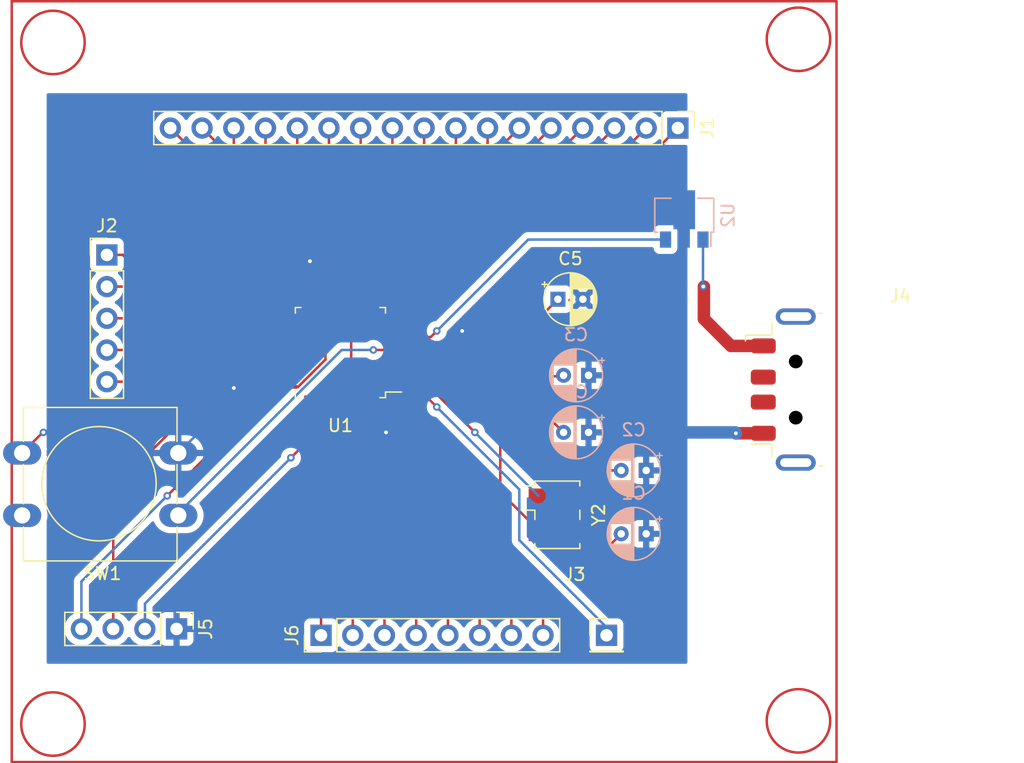
<source format=kicad_pcb>
(kicad_pcb (version 20221018) (generator pcbnew)
  (layers (0 "F.Cu" signal) (31 "B.Cu" signal) (34 "B.Paste" user) (35 "F.Paste" user) (36 "B.SilkS" user "B.Silkscreen") (37 "F.SilkS" user "F.Silkscreen") (38 "B.Mask" user) (39 "F.Mask" user) (44 "Edge.Cuts" user))
  (net 0 "")
  (net 1 "+3V3")
  (net 2 "Net-(J3-Pin_1)")
  (net 3 "Net-(U1-PC14-OSC32_IN)")
  (net 4 "Net-(U1-PC15-OSC32_OUT)")
  (net 5 "Net-(U1-PD0-OSC_IN)")
  (net 6 "Net-(U1-PD1-OSC_OUT)")
  (net 7 "Net-(U1-NRST)")
  (net 8 "GND")
  (net 9 "Net-(J1-Pin_1)")
  (net 10 "Net-(J1-Pin_2)")
  (net 11 "Net-(J1-Pin_3)")
  (net 12 "Net-(J1-Pin_4)")
  (net 13 "Net-(J1-Pin_5)")
  (net 14 "Net-(J1-Pin_6)")
  (net 15 "Net-(J1-Pin_7)")
  (net 16 "Net-(J1-Pin_8)")
  (net 17 "Net-(J2-Pin_5)")
  (net 18 "Net-(J2-Pin_4)")
  (net 19 "Net-(J2-Pin_3)")
  (net 20 "Net-(J2-Pin_2)")
  (net 21 "Net-(J2-Pin_1)")
  (net 22 "Net-(J1-Pin_9)")
  (net 23 "Net-(J1-Pin_10)")
  (net 24 "Net-(J1-Pin_11)")
  (net 25 "Net-(J1-Pin_12)")
  (net 27 "Net-(J4-VBUS)")
  (net 28 "Net-(J6-Pin_1)")
  (net 29 "Net-(J5-Pin_2)")
  (net 30 "Net-(J5-Pin_3)")
  (net 31 "Net-(J6-Pin_2)")
  (net 35 "Net-(J1-Pin_13)")
  (net 36 "Net-(J1-Pin_14)")
  (net 37 "Net-(J1-Pin_15)")
  (net 38 "Net-(J1-Pin_16)")
  (net 39 "Net-(J1-Pin_17)")
  (net 40 "Net-(J6-Pin_3)")
  (net 41 "Net-(J6-Pin_4)")
  (net 42 "Net-(J6-Pin_5)")
  (net 43 "Net-(J6-Pin_6)")
  (net 44 "Net-(J6-Pin_7)")
  (net 45 "Net-(J6-Pin_8)")
  (footprint "Connector_PinHeader_2.54mm:PinHeader_1x01_P2.54mm_Vertical" (layer "F.Cu") (at 167.005 96.52)
    (fp_text reference "J3" (at -2.54 -4.87) (layer "F.SilkS"))
    (fp_text value "Conn_01x01")
    (pad "1" thru_hole rect (at 0 0) (size 1.7 1.7) (drill 1) (layers "*.Cu" "*.Mask") (net 2 "Net-(J3-Pin_1)"))
  )
  (footprint "Connector_PinHeader_2.54mm:PinHeader_1x05_P2.54mm_Vertical" (layer "F.Cu") (at 127 66.045)
    (fp_text reference "J2" (at 0 -2.33) (layer "F.SilkS"))
    (fp_text value "Conn_01x05")
    (pad "1" thru_hole rect (at 0 0) (size 1.7 1.7) (drill 1) (layers "*.Cu" "*.Mask") (net 21 "Net-(J2-Pin_1)"))
    (pad "2" thru_hole oval (at 0 2.54) (size 1.7 1.7) (drill 1) (layers "*.Cu" "*.Mask") (net 20 "Net-(J2-Pin_2)"))
    (pad "3" thru_hole oval (at 0 5.08) (size 1.7 1.7) (drill 1) (layers "*.Cu" "*.Mask") (net 19 "Net-(J2-Pin_3)"))
    (pad "4" thru_hole oval (at 0 7.62) (size 1.7 1.7) (drill 1) (layers "*.Cu" "*.Mask") (net 18 "Net-(J2-Pin_4)"))
    (pad "5" thru_hole oval (at 0 10.16) (size 1.7 1.7) (drill 1) (layers "*.Cu" "*.Mask") (net 17 "Net-(J2-Pin_5)"))
  )
  (footprint "Connector_USB:USB_A_Molex_48037-2200_Horizontal" (layer "F.Cu") (at 190.53 76.835)
    (fp_text reference "J4" (at 0 -7.5) (layer "F.SilkS"))
    (fp_text value "USB_A")
    (pad "" np_thru_hole circle (at -8.375 -2.25) (size 1.1 1.1) (drill 1.1) (layers "*.Mask"))
    (pad "" np_thru_hole circle (at -8.375 2.25) (size 1.1 1.1) (drill 1.1) (layers "*.Mask"))
    (pad "1" smd roundrect (at -10.975 -3.5) (size 2 1.2) (layers "F.Cu" "F.Paste" "F.Mask") (net 27 "Net-(J4-VBUS)"))
    (pad "2" smd roundrect (at -10.975 -1) (size 2 1.2) (layers "F.Cu" "F.Paste" "F.Mask"))
    (pad "3" smd roundrect (at -10.975 1) (size 2 1.2) (layers "F.Cu" "F.Paste" "F.Mask"))
    (pad "4" smd roundrect (at -10.975 3.5) (size 2 1.2) (layers "F.Cu" "F.Paste" "F.Mask") (net 8 "GND"))
    (pad "5" thru_hole oval (at -8.375 -5.85) (size 3.2 1.3) (drill oval 2.5 0.7) (layers "*.Cu" "*.Mask"))
    (pad "5" thru_hole oval (at -8.375 5.85) (size 3.2 1.3) (drill oval 2.5 0.7) (layers "*.Cu" "*.Mask"))
  )
  (footprint "Button_Switch_THT:SW_PUSH-12mm" (layer "F.Cu") (at 132.715 86.915 180)
    (fp_text reference "SW1" (at 6.08 -4.66) (layer "F.SilkS"))
    (fp_text value "SW_Push")
    (pad "1" thru_hole oval (at 0 0 180) (size 3.048 1.85) (drill 1.3) (layers "*.Cu" "*.Mask") (net 7 "Net-(U1-NRST)"))
    (pad "1" thru_hole oval (at 12.5 0 180) (size 3.048 1.85) (drill 1.3) (layers "*.Cu" "*.Mask") (net 7 "Net-(U1-NRST)"))
    (pad "2" thru_hole oval (at 0 5 180) (size 3.048 1.85) (drill 1.3) (layers "*.Cu" "*.Mask") (net 8 "GND"))
    (pad "2" thru_hole oval (at 12.5 5 180) (size 3.048 1.85) (drill 1.3) (layers "*.Cu" "*.Mask") (net 8 "GND"))
  )
  (footprint "Oscillator:Oscillator_SMD_TXC_7C-4Pin_5.0x3.2mm_HandSoldering" (layer "F.Cu") (at 163.068 86.868 -90)
    (fp_text reference "Y2" (at 0 -3.3 90) (layer "F.SilkS"))
    (fp_text value "32.768kHz")
    (pad "1" smd rect (at -1.34 1.4 270) (size 1.54 1.8) (layers "F.Cu" "F.Paste" "F.Mask") (net 3 "Net-(U1-PC14-OSC32_IN)"))
    (pad "2" smd rect (at 1.34 1.4 270) (size 1.54 1.8) (layers "F.Cu" "F.Paste" "F.Mask") (net 4 "Net-(U1-PC15-OSC32_OUT)"))
    (pad "3" smd rect (at 1.34 -1.4 270) (size 1.54 1.8) (layers "F.Cu" "F.Paste" "F.Mask"))
    (pad "4" smd rect (at -1.34 -1.4 270) (size 1.54 1.8) (layers "F.Cu" "F.Paste" "F.Mask"))
  )
  (footprint "Capacitor_THT:CP_Radial_D4.0mm_P2.00mm" (layer "F.Cu") (at 163.111401 69.596)
    (fp_text reference "C5" (at 1 -3.25) (layer "F.SilkS"))
    (fp_text value "C")
    (pad "1" thru_hole rect (at 0 0) (size 1.2 1.2) (drill 0.6) (layers "*.Cu" "*.Mask") (net 7 "Net-(U1-NRST)"))
    (pad "2" thru_hole circle (at 2 0) (size 1.2 1.2) (drill 0.6) (layers "*.Cu" "*.Mask") (net 8 "GND"))
  )
  (footprint "Package_QFP:LQFP-48_7x7mm_P0.5mm" (layer "F.Cu") (at 145.6975 73.87 180)
    (fp_text reference "U1" (at 0 -5.85) (layer "F.SilkS"))
    (fp_text value "STM32F103C8Tx")
    (pad "1" smd roundrect (at -4.1625 -2.75 180) (size 1.475 0.3) (layers "F.Cu" "F.Paste" "F.Mask") (net 1 "+3V3"))
    (pad "2" smd roundrect (at -4.1625 -2.25 180) (size 1.475 0.3) (layers "F.Cu" "F.Paste" "F.Mask") (net 2 "Net-(J3-Pin_1)"))
    (pad "3" smd roundrect (at -4.1625 -1.75 180) (size 1.475 0.3) (layers "F.Cu" "F.Paste" "F.Mask") (net 3 "Net-(U1-PC14-OSC32_IN)"))
    (pad "4" smd roundrect (at -4.1625 -1.25 180) (size 1.475 0.3) (layers "F.Cu" "F.Paste" "F.Mask") (net 4 "Net-(U1-PC15-OSC32_OUT)"))
    (pad "5" smd roundrect (at -4.1625 -0.75 180) (size 1.475 0.3) (layers "F.Cu" "F.Paste" "F.Mask") (net 5 "Net-(U1-PD0-OSC_IN)"))
    (pad "6" smd roundrect (at -4.1625 -0.25 180) (size 1.475 0.3) (layers "F.Cu" "F.Paste" "F.Mask") (net 6 "Net-(U1-PD1-OSC_OUT)"))
    (pad "7" smd roundrect (at -4.1625 0.25 180) (size 1.475 0.3) (layers "F.Cu" "F.Paste" "F.Mask") (net 7 "Net-(U1-NRST)"))
    (pad "8" smd roundrect (at -4.1625 0.75 180) (size 1.475 0.3) (layers "F.Cu" "F.Paste" "F.Mask") (net 8 "GND"))
    (pad "9" smd roundrect (at -4.1625 1.25 180) (size 1.475 0.3) (layers "F.Cu" "F.Paste" "F.Mask") (net 1 "+3V3"))
    (pad "10" smd roundrect (at -4.1625 1.75 180) (size 1.475 0.3) (layers "F.Cu" "F.Paste" "F.Mask") (net 9 "Net-(J1-Pin_1)"))
    (pad "11" smd roundrect (at -4.1625 2.25 180) (size 1.475 0.3) (layers "F.Cu" "F.Paste" "F.Mask") (net 10 "Net-(J1-Pin_2)"))
    (pad "12" smd roundrect (at -4.1625 2.75 180) (size 1.475 0.3) (layers "F.Cu" "F.Paste" "F.Mask") (net 11 "Net-(J1-Pin_3)"))
    (pad "13" smd roundrect (at -2.75 4.1625 180) (size 0.3 1.475) (layers "F.Cu" "F.Paste" "F.Mask") (net 12 "Net-(J1-Pin_4)"))
    (pad "14" smd roundrect (at -2.25 4.1625 180) (size 0.3 1.475) (layers "F.Cu" "F.Paste" "F.Mask") (net 13 "Net-(J1-Pin_5)"))
    (pad "15" smd roundrect (at -1.75 4.1625 180) (size 0.3 1.475) (layers "F.Cu" "F.Paste" "F.Mask") (net 14 "Net-(J1-Pin_6)"))
    (pad "16" smd roundrect (at -1.25 4.1625 180) (size 0.3 1.475) (layers "F.Cu" "F.Paste" "F.Mask") (net 15 "Net-(J1-Pin_7)"))
    (pad "17" smd roundrect (at -0.75 4.1625 180) (size 0.3 1.475) (layers "F.Cu" "F.Paste" "F.Mask") (net 16 "Net-(J1-Pin_8)"))
    (pad "18" smd roundrect (at -0.25 4.1625 180) (size 0.3 1.475) (layers "F.Cu" "F.Paste" "F.Mask") (net 22 "Net-(J1-Pin_9)"))
    (pad "19" smd roundrect (at 0.25 4.1625 180) (size 0.3 1.475) (layers "F.Cu" "F.Paste" "F.Mask") (net 23 "Net-(J1-Pin_10)"))
    (pad "20" smd roundrect (at 0.75 4.1625 180) (size 0.3 1.475) (layers "F.Cu" "F.Paste" "F.Mask") (net 24 "Net-(J1-Pin_11)"))
    (pad "21" smd roundrect (at 1.25 4.1625 180) (size 0.3 1.475) (layers "F.Cu" "F.Paste" "F.Mask") (net 25 "Net-(J1-Pin_12)"))
    (pad "22" smd roundrect (at 1.75 4.1625 180) (size 0.3 1.475) (layers "F.Cu" "F.Paste" "F.Mask") (net 35 "Net-(J1-Pin_13)"))
    (pad "23" smd roundrect (at 2.25 4.1625 180) (size 0.3 1.475) (layers "F.Cu" "F.Paste" "F.Mask") (net 8 "GND"))
    (pad "24" smd roundrect (at 2.75 4.1625 180) (size 0.3 1.475) (layers "F.Cu" "F.Paste" "F.Mask") (net 1 "+3V3"))
    (pad "25" smd roundrect (at 4.1625 2.75 180) (size 1.475 0.3) (layers "F.Cu" "F.Paste" "F.Mask") (net 36 "Net-(J1-Pin_14)"))
    (pad "26" smd roundrect (at 4.1625 2.25 180) (size 1.475 0.3) (layers "F.Cu" "F.Paste" "F.Mask") (net 37 "Net-(J1-Pin_15)"))
    (pad "27" smd roundrect (at 4.1625 1.75 180) (size 1.475 0.3) (layers "F.Cu" "F.Paste" "F.Mask") (net 38 "Net-(J1-Pin_16)"))
    (pad "28" smd roundrect (at 4.1625 1.25 180) (size 1.475 0.3) (layers "F.Cu" "F.Paste" "F.Mask") (net 39 "Net-(J1-Pin_17)"))
    (pad "29" smd roundrect (at 4.1625 0.75 180) (size 1.475 0.3) (layers "F.Cu" "F.Paste" "F.Mask") (net 21 "Net-(J2-Pin_1)"))
    (pad "30" smd roundrect (at 4.1625 0.25 180) (size 1.475 0.3) (layers "F.Cu" "F.Paste" "F.Mask") (net 20 "Net-(J2-Pin_2)"))
    (pad "31" smd roundrect (at 4.1625 -0.25 180) (size 1.475 0.3) (layers "F.Cu" "F.Paste" "F.Mask") (net 19 "Net-(J2-Pin_3)"))
    (pad "32" smd roundrect (at 4.1625 -0.75 180) (size 1.475 0.3) (layers "F.Cu" "F.Paste" "F.Mask") (net 18 "Net-(J2-Pin_4)"))
    (pad "33" smd roundrect (at 4.1625 -1.25 180) (size 1.475 0.3) (layers "F.Cu" "F.Paste" "F.Mask") (net 17 "Net-(J2-Pin_5)"))
    (pad "34" smd roundrect (at 4.1625 -1.75 180) (size 1.475 0.3) (layers "F.Cu" "F.Paste" "F.Mask") (net 29 "Net-(J5-Pin_2)"))
    (pad "35" smd roundrect (at 4.1625 -2.25 180) (size 1.475 0.3) (layers "F.Cu" "F.Paste" "F.Mask") (net 8 "GND"))
    (pad "36" smd roundrect (at 4.1625 -2.75 180) (size 1.475 0.3) (layers "F.Cu" "F.Paste" "F.Mask") (net 1 "+3V3"))
    (pad "37" smd roundrect (at 2.75 -4.1625 180) (size 0.3 1.475) (layers "F.Cu" "F.Paste" "F.Mask") (net 30 "Net-(J5-Pin_3)"))
    (pad "38" smd roundrect (at 2.25 -4.1625 180) (size 0.3 1.475) (layers "F.Cu" "F.Paste" "F.Mask") (net 28 "Net-(J6-Pin_1)"))
    (pad "39" smd roundrect (at 1.75 -4.1625 180) (size 0.3 1.475) (layers "F.Cu" "F.Paste" "F.Mask") (net 31 "Net-(J6-Pin_2)"))
    (pad "40" smd roundrect (at 1.25 -4.1625 180) (size 0.3 1.475) (layers "F.Cu" "F.Paste" "F.Mask") (net 40 "Net-(J6-Pin_3)"))
    (pad "41" smd roundrect (at 0.75 -4.1625 180) (size 0.3 1.475) (layers "F.Cu" "F.Paste" "F.Mask") (net 41 "Net-(J6-Pin_4)"))
    (pad "42" smd roundrect (at 0.25 -4.1625 180) (size 0.3 1.475) (layers "F.Cu" "F.Paste" "F.Mask") (net 42 "Net-(J6-Pin_5)"))
    (pad "43" smd roundrect (at -0.25 -4.1625 180) (size 0.3 1.475) (layers "F.Cu" "F.Paste" "F.Mask") (net 43 "Net-(J6-Pin_6)"))
    (pad "44" smd roundrect (at -0.75 -4.1625 180) (size 0.3 1.475) (layers "F.Cu" "F.Paste" "F.Mask"))
    (pad "45" smd roundrect (at -1.25 -4.1625 180) (size 0.3 1.475) (layers "F.Cu" "F.Paste" "F.Mask") (net 44 "Net-(J6-Pin_7)"))
    (pad "46" smd roundrect (at -1.75 -4.1625 180) (size 0.3 1.475) (layers "F.Cu" "F.Paste" "F.Mask") (net 45 "Net-(J6-Pin_8)"))
    (pad "47" smd roundrect (at -2.25 -4.1625 180) (size 0.3 1.475) (layers "F.Cu" "F.Paste" "F.Mask") (net 8 "GND"))
    (pad "48" smd roundrect (at -2.75 -4.1625 180) (size 0.3 1.475) (layers "F.Cu" "F.Paste" "F.Mask") (net 1 "+3V3"))
  )
  (footprint "Connector_PinHeader_2.54mm:PinHeader_1x08_P2.54mm_Vertical" (layer "F.Cu") (at 144.145 96.52 90)
    (fp_text reference "J6" (at 0 -2.33 90) (layer "F.SilkS"))
    (fp_text value "Conn_01x08")
    (pad "1" thru_hole rect (at 0 0 90) (size 1.7 1.7) (drill 1) (layers "*.Cu" "*.Mask") (net 28 "Net-(J6-Pin_1)"))
    (pad "2" thru_hole oval (at 0 2.54 90) (size 1.7 1.7) (drill 1) (layers "*.Cu" "*.Mask") (net 31 "Net-(J6-Pin_2)"))
    (pad "3" thru_hole oval (at 0 5.08 90) (size 1.7 1.7) (drill 1) (layers "*.Cu" "*.Mask") (net 40 "Net-(J6-Pin_3)"))
    (pad "4" thru_hole oval (at 0 7.62 90) (size 1.7 1.7) (drill 1) (layers "*.Cu" "*.Mask") (net 41 "Net-(J6-Pin_4)"))
    (pad "5" thru_hole oval (at 0 10.16 90) (size 1.7 1.7) (drill 1) (layers "*.Cu" "*.Mask") (net 42 "Net-(J6-Pin_5)"))
    (pad "6" thru_hole oval (at 0 12.7 90) (size 1.7 1.7) (drill 1) (layers "*.Cu" "*.Mask") (net 43 "Net-(J6-Pin_6)"))
    (pad "7" thru_hole oval (at 0 15.24 90) (size 1.7 1.7) (drill 1) (layers "*.Cu" "*.Mask") (net 44 "Net-(J6-Pin_7)"))
    (pad "8" thru_hole oval (at 0 17.78 90) (size 1.7 1.7) (drill 1) (layers "*.Cu" "*.Mask") (net 45 "Net-(J6-Pin_8)"))
  )
  (footprint "Connector_PinHeader_2.54mm:PinHeader_1x04_P2.54mm_Vertical" (layer "F.Cu") (at 132.578 96.012 -90)
    (fp_text reference "J5" (at 0 -2.33 90) (layer "F.SilkS"))
    (fp_text value "Conn_01x04")
    (pad "1" thru_hole rect (at 0 0 270) (size 1.7 1.7) (drill 1) (layers "*.Cu" "*.Mask") (net 8 "GND"))
    (pad "2" thru_hole oval (at 0 2.54 270) (size 1.7 1.7) (drill 1) (layers "*.Cu" "*.Mask") (net 29 "Net-(J5-Pin_2)"))
    (pad "3" thru_hole oval (at 0 5.08 270) (size 1.7 1.7) (drill 1) (layers "*.Cu" "*.Mask") (net 30 "Net-(J5-Pin_3)"))
    (pad "4" thru_hole oval (at 0 7.62 270) (size 1.7 1.7) (drill 1) (layers "*.Cu" "*.Mask") (net 1 "+3V3"))
  )
  (footprint "Connector_PinHeader_2.54mm:PinHeader_1x17_P2.54mm_Vertical" (layer "F.Cu") (at 172.72 55.88 -90)
    (fp_text reference "J1" (at 0 -2.33 90) (layer "F.SilkS"))
    (fp_text value "Conn_01x17")
    (pad "1" thru_hole rect (at 0 0 270) (size 1.7 1.7) (drill 1) (layers "*.Cu" "*.Mask") (net 9 "Net-(J1-Pin_1)"))
    (pad "2" thru_hole oval (at 0 2.54 270) (size 1.7 1.7) (drill 1) (layers "*.Cu" "*.Mask") (net 10 "Net-(J1-Pin_2)"))
    (pad "3" thru_hole oval (at 0 5.08 270) (size 1.7 1.7) (drill 1) (layers "*.Cu" "*.Mask") (net 11 "Net-(J1-Pin_3)"))
    (pad "4" thru_hole oval (at 0 7.62 270) (size 1.7 1.7) (drill 1) (layers "*.Cu" "*.Mask") (net 12 "Net-(J1-Pin_4)"))
    (pad "5" thru_hole oval (at 0 10.16 270) (size 1.7 1.7) (drill 1) (layers "*.Cu" "*.Mask") (net 13 "Net-(J1-Pin_5)"))
    (pad "6" thru_hole oval (at 0 12.7 270) (size 1.7 1.7) (drill 1) (layers "*.Cu" "*.Mask") (net 14 "Net-(J1-Pin_6)"))
    (pad "7" thru_hole oval (at 0 15.24 270) (size 1.7 1.7) (drill 1) (layers "*.Cu" "*.Mask") (net 15 "Net-(J1-Pin_7)"))
    (pad "8" thru_hole oval (at 0 17.78 270) (size 1.7 1.7) (drill 1) (layers "*.Cu" "*.Mask") (net 16 "Net-(J1-Pin_8)"))
    (pad "9" thru_hole oval (at 0 20.32 270) (size 1.7 1.7) (drill 1) (layers "*.Cu" "*.Mask") (net 22 "Net-(J1-Pin_9)"))
    (pad "10" thru_hole oval (at 0 22.86 270) (size 1.7 1.7) (drill 1) (layers "*.Cu" "*.Mask") (net 23 "Net-(J1-Pin_10)"))
    (pad "11" thru_hole oval (at 0 25.4 270) (size 1.7 1.7) (drill 1) (layers "*.Cu" "*.Mask") (net 24 "Net-(J1-Pin_11)"))
    (pad "12" thru_hole oval (at 0 27.94 270) (size 1.7 1.7) (drill 1) (layers "*.Cu" "*.Mask") (net 25 "Net-(J1-Pin_12)"))
    (pad "13" thru_hole oval (at 0 30.48 270) (size 1.7 1.7) (drill 1) (layers "*.Cu" "*.Mask") (net 35 "Net-(J1-Pin_13)"))
    (pad "14" thru_hole oval (at 0 33.02 270) (size 1.7 1.7) (drill 1) (layers "*.Cu" "*.Mask") (net 36 "Net-(J1-Pin_14)"))
    (pad "15" thru_hole oval (at 0 35.56 270) (size 1.7 1.7) (drill 1) (layers "*.Cu" "*.Mask") (net 37 "Net-(J1-Pin_15)"))
    (pad "16" thru_hole oval (at 0 38.1 270) (size 1.7 1.7) (drill 1) (layers "*.Cu" "*.Mask") (net 38 "Net-(J1-Pin_16)"))
    (pad "17" thru_hole oval (at 0 40.64 270) (size 1.7 1.7) (drill 1) (layers "*.Cu" "*.Mask") (net 39 "Net-(J1-Pin_17)"))
  )
  (footprint "Capacitor_THT:CP_Radial_D4.0mm_P2.00mm" (layer "B.Cu") (at 165.5646 75.692 180)
    (fp_text reference "C3" (at 1 3.25) (layer "B.SilkS") (effects (justify mirror)))
    (fp_text value "C")
    (pad "1" thru_hole rect (at 0 0 180) (size 1.2 1.2) (drill 0.6) (layers "*.Cu" "*.Mask") (net 8 "GND"))
    (pad "2" thru_hole circle (at 2 0 180) (size 1.2 1.2) (drill 0.6) (layers "*.Cu" "*.Mask") (net 6 "Net-(U1-PD1-OSC_OUT)"))
  )
  (footprint "Capacitor_THT:CP_Radial_D4.0mm_P2.00mm" (layer "B.Cu") (at 170.18 83.312 180)
    (fp_text reference "C2" (at 1 3.25) (layer "B.SilkS") (effects (justify mirror)))
    (fp_text value "C")
    (pad "1" thru_hole rect (at 0 0 180) (size 1.2 1.2) (drill 0.6) (layers "*.Cu" "*.Mask") (net 8 "GND"))
    (pad "2" thru_hole circle (at 2 0 180) (size 1.2 1.2) (drill 0.6) (layers "*.Cu" "*.Mask") (net 3 "Net-(U1-PC14-OSC32_IN)"))
  )
  (footprint "Capacitor_THT:CP_Radial_D4.0mm_P2.00mm" (layer "B.Cu") (at 165.5646 80.264 180)
    (fp_text reference "C4" (at 1 3.25) (layer "B.SilkS") (effects (justify mirror)))
    (fp_text value "C")
    (pad "1" thru_hole rect (at 0 0 180) (size 1.2 1.2) (drill 0.6) (layers "*.Cu" "*.Mask") (net 8 "GND"))
    (pad "2" thru_hole circle (at 2 0 180) (size 1.2 1.2) (drill 0.6) (layers "*.Cu" "*.Mask") (net 5 "Net-(U1-PD0-OSC_IN)"))
  )
  (footprint "Capacitor_THT:CP_Radial_D4.0mm_P2.00mm" (layer "B.Cu") (at 170.18 88.392 180)
    (fp_text reference "C1" (at 1 3.25) (layer "B.SilkS") (effects (justify mirror)))
    (fp_text value "C")
    (pad "1" thru_hole rect (at 0 0 180) (size 1.2 1.2) (drill 0.6) (layers "*.Cu" "*.Mask") (net 8 "GND"))
    (pad "2" thru_hole circle (at 2 0 180) (size 1.2 1.2) (drill 0.6) (layers "*.Cu" "*.Mask") (net 4 "Net-(U1-PC15-OSC32_OUT)"))
  )
  (footprint "Package_TO_SOT_SMD:SOT-89-3" (layer "B.Cu") (at 173.228 62.865 90)
    (fp_text reference "U2" (at 0 3.5 90) (layer "B.SilkS") (effects (justify mirror)))
    (fp_text value "AP2204R-3.3")
    (pad "1" smd rect (at -1.95 1.5 90) (size 1.3 0.9) (layers "B.Cu" "B.Paste" "B.Mask") (net 27 "Net-(J4-VBUS)"))
    (pad "2" smd custom (at -1.8625 0 90) (size 1.475 0.9) (layers "B.Cu" "B.Paste" "B.Mask") (net 8 "GND") (options (clearance outline) (anchor rect)) (primitives (gr_poly (pts (xy 3.8625 -0.8665) (xy 0.7375 -0.8665) (xy 0.7375 0.8665) (xy 3.8625 0.8665)) (width 0) (fill yes))))
    (pad "3" smd rect (at -1.95 -1.5 90) (size 1.3 0.9) (layers "B.Cu" "B.Paste" "B.Mask") (net 1 "+3V3"))
  )
  (gr_circle (center 122.682 103.632) (end 125.222 103.632) (stroke (width 0.2)) (fill none) (layer "F.Cu"))
  (gr_circle (center 182.372 103.378) (end 184.912 103.378) (stroke (width 0.2)) (fill none) (layer "F.Cu"))
  (gr_circle (center 122.682 49.022) (end 125.222 49.022) (stroke (width 0.2)) (fill none) (layer "F.Cu"))
  (gr_rect (start 119.38 45.72) (end 185.42 106.68) (stroke (width 0.2)) (fill none) (layer "F.Cu"))
  (gr_circle (center 182.372 48.768) (end 184.912 48.768) (stroke (width 0.2)) (fill none) (layer "F.Cu"))
  (segment (start 144.502 72.62) (end 142.9475 71.0655) (width 0.2) (layer "F.Cu") (net 1))
  (segment (start 149.86 72.62) (end 146.558 72.62) (width 0.2) (layer "F.Cu") (net 1))
  (segment (start 131.826 85.344) (end 131.953 85.217) (width 0.2) (layer "F.Cu") (net 1))
  (segment (start 153.416 72.136) (end 152.932 72.62) (width 0.2) (layer "F.Cu") (net 1))
  (segment (start 144.502 74.42291) (end 142.30491 76.62) (width 0.2) (layer "F.Cu") (net 1))
  (segment (start 140.55 76.62) (end 131.826 85.344) (width 0.2) (layer "F.Cu") (net 1))
  (segment (start 142.30491 76.62) (end 141.535 76.62) (width 0.2) (layer "F.Cu") (net 1))
  (segment (start 146.558 74.676) (end 148.4475 76.5655) (width 0.2) (layer "F.Cu") (net 1))
  (segment (start 141.535 76.62) (end 140.55 76.62) (width 0.2) (layer "F.Cu") (net 1))
  (segment (start 144.502 72.62) (end 144.502 74.42291) (width 0.2) (layer "F.Cu") (net 1))
  (segment (start 146.558 72.62) (end 146.558 74.676) (width 0.2) (layer "F.Cu") (net 1))
  (segment (start 148.4475 76.5655) (end 148.4475 78.0325) (width 0.2) (layer "F.Cu") (net 1))
  (segment (start 152.932 72.62) (end 149.86 72.62) (width 0.2) (layer "F.Cu") (net 1))
  (segment (start 146.558 72.62) (end 144.502 72.62) (width 0.2) (layer "F.Cu") (net 1))
  (segment (start 142.9475 71.0655) (end 142.9475 69.7075) (width 0.2) (layer "F.Cu") (net 1))
  (segment (start 148.4475 76.5655) (end 148.502 76.62) (width 0.2) (layer "F.Cu") (net 1))
  (segment (start 148.502 76.62) (end 149.86 76.62) (width 0.2) (layer "F.Cu") (net 1))
  (via (at 131.826 85.344) (size 0.6) (drill 0.3) (layers "F.Cu" "B.Cu") (net 1))
  (via (at 153.416 72.136) (size 0.6) (drill 0.3) (layers "F.Cu" "B.Cu") (net 1))
  (segment (start 124.958 92.212) (end 124.958 96.012) (width 0.2) (layer "B.Cu") (net 1))
  (segment (start 131.826 85.344) (end 124.958 92.212) (width 0.2) (layer "B.Cu") (net 1))
  (segment (start 153.416 72.136) (end 160.737 64.815) (width 0.2) (layer "B.Cu") (net 1))
  (segment (start 160.737 64.815) (end 171.855 64.815) (width 0.2) (layer "B.Cu") (net 1))
  (segment (start 149.86 76.12) (end 151.304 76.12) (width 0.2) (layer "F.Cu") (net 2))
  (segment (start 151.304 76.12) (end 152.4 77.216) (width 0.2) (layer "F.Cu") (net 2))
  (segment (start 152.4 77.216) (end 153.416 78.232) (width 0.2) (layer "F.Cu") (net 2))
  (via (at 153.416 78.232) (size 0.6) (drill 0.3) (layers "F.Cu" "B.Cu") (net 2))
  (segment (start 160.02 88.9) (end 167.005 95.885) (width 0.2) (layer "B.Cu") (net 2))
  (segment (start 160.02 84.836) (end 160.02 88.9) (width 0.2) (layer "B.Cu") (net 2))
  (segment (start 153.416 78.232) (end 160.02 84.836) (width 0.2) (layer "B.Cu") (net 2))
  (segment (start 167.005 95.885) (end 167.005 96.52) (width 0.2) (layer "B.Cu") (net 2))
  (segment (start 149.86 75.62) (end 151.82 75.62) (width 0.2) (layer "F.Cu") (net 3))
  (segment (start 161.668 85.528) (end 163.884 83.312) (width 0.2) (layer "F.Cu") (net 3))
  (segment (start 163.884 83.312) (end 168.18 83.312) (width 0.2) (layer "F.Cu") (net 3))
  (segment (start 151.82 75.62) (end 156.464 80.264) (width 0.2) (layer "F.Cu") (net 3))
  (via (at 156.464 80.264) (size 0.6) (drill 0.3) (layers "F.Cu" "B.Cu") (net 3))
  (segment (start 156.464 80.264) (end 161.544 85.344) (width 0.2) (layer "B.Cu") (net 3))
  (segment (start 158.496 85.036) (end 161.668 88.208) (width 0.2) (layer "F.Cu") (net 4))
  (segment (start 149.86 75.12) (end 152.844 75.12) (width 0.2) (layer "F.Cu") (net 4))
  (segment (start 163.884 90.424) (end 166.148 90.424) (width 0.2) (layer "F.Cu") (net 4))
  (segment (start 166.148 90.424) (end 168.18 88.392) (width 0.2) (layer "F.Cu") (net 4))
  (segment (start 158.496 80.772) (end 158.496 85.036) (width 0.2) (layer "F.Cu") (net 4))
  (segment (start 152.844 75.12) (end 158.496 80.772) (width 0.2) (layer "F.Cu") (net 4))
  (segment (start 161.668 88.208) (end 163.884 90.424) (width 0.2) (layer "F.Cu") (net 4))
  (segment (start 162.870395 79.569795) (end 163.5646 80.264) (width 0.2) (layer "F.Cu") (net 5))
  (segment (start 158.8336 79.569795) (end 162.870395 79.569795) (width 0.2) (layer "F.Cu") (net 5))
  (segment (start 149.86 74.62) (end 153.883805 74.62) (width 0.2) (layer "F.Cu") (net 5))
  (segment (start 153.883805 74.62) (end 158.8336 79.569795) (width 0.2) (layer "F.Cu") (net 5))
  (segment (start 155.45501 74.12) (end 157.104805 75.769795) (width 0.2) (layer "F.Cu") (net 6))
  (segment (start 157.104805 75.769795) (end 163.486805 75.769795) (width 0.2) (layer "F.Cu") (net 6))
  (segment (start 149.86 74.12) (end 155.45501 74.12) (width 0.2) (layer "F.Cu") (net 6))
  (segment (start 159.087401 73.62) (end 163.111401 69.596) (width 0.2) (layer "F.Cu") (net 7))
  (segment (start 149.82 73.66) (end 149.86 73.62) (width 0.2) (layer "F.Cu") (net 7))
  (segment (start 133.26 87.59) (end 133.31 87.59) (width 0.2) (layer "F.Cu") (net 7))
  (segment (start 148.336 73.66) (end 149.82 73.66) (width 0.2) (layer "F.Cu") (net 7))
  (segment (start 149.86 73.62) (end 159.087401 73.62) (width 0.2) (layer "F.Cu") (net 7))
  (segment (start 133.31 87.59) (end 133.35 87.63) (width 0.2) (layer "F.Cu") (net 7))
  (via (at 148.336 73.66) (size 0.6) (drill 0.3) (layers "F.Cu" "B.Cu") (net 7))
  (segment (start 132.715 86.741) (end 145.796 73.66) (width 0.2) (layer "B.Cu") (net 7))
  (segment (start 145.796 73.66) (end 148.336 73.66) (width 0.2) (layer "B.Cu") (net 7))
  (segment (start 132.715 86.915) (end 132.715 86.741) (width 0.2) (layer "B.Cu") (net 7))
  (segment (start 143.4475 69.7075) (end 143.4475 66.7395) (width 0.2) (layer "F.Cu") (net 8))
  (segment (start 137.668 76.2) (end 137.16 76.708) (width 0.2) (layer "F.Cu") (net 8))
  (segment (start 164.038205 69.673795) (end 164.116 69.596) (width 0.2) (layer "F.Cu") (net 8))
  (segment (start 154.464 73.12) (end 155.448 72.136) (width 0.2) (layer "F.Cu") (net 8))
  (segment (start 132.715 81.915) (end 131.445 81.915) (width 0.2) (layer "F.Cu") (net 8))
  (segment (start 179.555 80.335) (end 177.363 80.335) (width 1) (layer "F.Cu") (net 8))
  (segment (start 141.535 76.12) (end 137.748 76.12) (width 0.2) (layer "F.Cu") (net 8))
  (segment (start 147.9475 78.8595) (end 149.352 80.264) (width 0.2) (layer "F.Cu") (net 8))
  (segment (start 147.9475 78.0325) (end 147.9475 78.8595) (width 0.2) (layer "F.Cu") (net 8))
  (segment (start 137.748 76.12) (end 137.668 76.2) (width 0.2) (layer "F.Cu") (net 8))
  (segment (start 143.4475 66.7395) (end 143.256 66.548) (width 0.2) (layer "F.Cu") (net 8))
  (segment (start 120.215 81.915) (end 121.866 80.264) (width 0.2) (layer "F.Cu") (net 8))
  (segment (start 149.86 73.12) (end 154.464 73.12) (width 0.2) (layer "F.Cu") (net 8))
  (segment (start 121.866 80.264) (end 121.92 80.264) (width 0.2) (layer "F.Cu") (net 8))
  (via (at 121.92 80.264) (size 0.6) (drill 0.3) (layers "F.Cu" "B.Cu") (net 8))
  (via (at 149.352 80.264) (size 0.6) (drill 0.3) (layers "F.Cu" "B.Cu") (net 8))
  (via (at 177.363 80.335) (size 1) (drill 0.3) (layers "F.Cu" "B.Cu") (net 8))
  (via (at 143.256 66.548) (size 0.6) (drill 0.3) (layers "F.Cu" "B.Cu") (net 8))
  (via (at 137.16 76.708) (size 0.6) (drill 0.3) (layers "F.Cu" "B.Cu") (net 8))
  (via (at 155.448 72.136) (size 0.6) (drill 0.3) (layers "F.Cu" "B.Cu") (net 8))
  (segment (start 177.292 80.264) (end 174.498 80.264) (width 1) (layer "B.Cu") (net 8))
  (segment (start 137.16 77.47) (end 132.715 81.915) (width 0.2) (layer "B.Cu") (net 8))
  (segment (start 174.498 80.264) (end 171.958 80.264) (width 1) (layer "B.Cu") (net 8))
  (segment (start 177.363 80.335) (end 177.292 80.264) (width 1) (layer "B.Cu") (net 8))
  (segment (start 137.16 76.708) (end 137.16 77.47) (width 0.2) (layer "B.Cu") (net 8))
  (segment (start 154.94 69.215) (end 154.94 67.31) (width 0.2) (layer "F.Cu") (net 9))
  (segment (start 163.83 63.5) (end 164.465 62.865) (width 0.2) (layer "F.Cu") (net 9))
  (segment (start 152.035 72.12) (end 154.94 69.215) (width 0.2) (layer "F.Cu") (net 9))
  (segment (start 149.86 72.12) (end 152.035 72.12) (width 0.2) (layer "F.Cu") (net 9))
  (segment (start 165.735 62.865) (end 172.72 55.88) (width 0.2) (layer "F.Cu") (net 9))
  (segment (start 158.75 63.5) (end 163.83 63.5) (width 0.2) (layer "F.Cu") (net 9))
  (segment (start 154.94 67.31) (end 158.75 63.5) (width 0.2) (layer "F.Cu") (net 9))
  (segment (start 164.465 62.865) (end 165.735 62.865) (width 0.2) (layer "F.Cu") (net 9))
  (segment (start 153.67 67.31) (end 158.115 62.865) (width 0.2) (layer "F.Cu") (net 10))
  (segment (start 158.115 62.865) (end 163.195 62.865) (width 0.2) (layer "F.Cu") (net 10))
  (segment (start 163.195 62.865) (end 170.18 55.88) (width 0.2) (layer "F.Cu") (net 10))
  (segment (start 149.86 71.62) (end 151.265 71.62) (width 0.2) (layer "F.Cu") (net 10))
  (segment (start 151.265 71.62) (end 153.67 69.215) (width 0.2) (layer "F.Cu") (net 10))
  (segment (start 153.67 69.215) (end 153.67 67.31) (width 0.2) (layer "F.Cu") (net 10))
  (segment (start 149.86 71.12) (end 150.495 71.12) (width 0.2) (layer "F.Cu") (net 11))
  (segment (start 150.495 71.12) (end 152.4 69.215) (width 0.2) (layer "F.Cu") (net 11))
  (segment (start 161.925 61.595) (end 167.64 55.88) (width 0.2) (layer "F.Cu") (net 11))
  (segment (start 158.115 61.595) (end 161.925 61.595) (width 0.2) (layer "F.Cu") (net 11))
  (segment (start 152.4 67.31) (end 158.115 61.595) (width 0.2) (layer "F.Cu") (net 11))
  (segment (start 152.4 69.215) (end 152.4 67.31) (width 0.2) (layer "F.Cu") (net 11))
  (segment (start 157.83 60.325) (end 160.655 60.325) (width 0.2) (layer "F.Cu") (net 12))
  (segment (start 160.655 60.325) (end 165.1 55.88) (width 0.2) (layer "F.Cu") (net 12))
  (segment (start 148.4475 69.7075) (end 157.83 60.325) (width 0.2) (layer "F.Cu") (net 12))
  (segment (start 147.9475 69.7075) (end 147.9475 68.93759) (width 0.2) (layer "F.Cu") (net 13))
  (segment (start 158.75 59.69) (end 162.56 55.88) (width 0.2) (layer "F.Cu") (net 13))
  (segment (start 147.9475 68.93759) (end 157.19509 59.69) (width 0.2) (layer "F.Cu") (net 13))
  (segment (start 157.19509 59.69) (end 158.75 59.69) (width 0.2) (layer "F.Cu") (net 13))
  (segment (start 147.4475 68.4525) (end 160.02 55.88) (width 0.2) (layer "F.Cu") (net 14))
  (segment (start 147.4475 69.7075) (end 147.4475 68.4525) (width 0.2) (layer "F.Cu") (net 14))
  (segment (start 146.9475 69.7075) (end 146.9475 67.6825) (width 0.2) (layer "F.Cu") (net 15))
  (segment (start 146.9475 67.6825) (end 157.48 57.15) (width 0.2) (layer "F.Cu") (net 15))
  (segment (start 157.48 57.15) (end 157.48 55.88) (width 0.2) (layer "F.Cu") (net 15))
  (segment (start 146.4475 65.6425) (end 154.94 57.15) (width 0.2) (layer "F.Cu") (net 16))
  (segment (start 154.94 57.15) (end 154.94 55.88) (width 0.2) (layer "F.Cu") (net 16))
  (segment (start 146.4475 69.7075) (end 146.4475 65.6425) (width 0.2) (layer "F.Cu") (net 16))
  (segment (start 141.535 75.12) (end 133.16 75.12) (width 0.2) (layer "F.Cu") (net 17))
  (segment (start 133.16 75.12) (end 132.08 76.2) (width 0.2) (layer "F.Cu") (net 17))
  (segment (start 132.08 76.2) (end 127 76.2) (width 0.2) (layer "F.Cu") (net 17))
  (segment (start 141.535 74.62) (end 133.04 74.62) (width 0.2) (layer "F.Cu") (net 18))
  (segment (start 133.04 74.62) (end 132.08 73.66) (width 0.2) (layer "F.Cu") (net 18))
  (segment (start 132.08 73.66) (end 127 73.66) (width 0.2) (layer "F.Cu") (net 18))
  (segment (start 133.81 74.12) (end 130.81 71.12) (width 0.2) (layer "F.Cu") (net 19))
  (segment (start 130.81 71.12) (end 127 71.12) (width 0.2) (layer "F.Cu") (net 19))
  (segment (start 141.535 74.12) (end 133.81 74.12) (width 0.2) (layer "F.Cu") (net 19))
  (segment (start 129.54 68.58) (end 127 68.58) (width 0.2) (layer "F.Cu") (net 20))
  (segment (start 141.535 73.62) (end 134.58 73.62) (width 0.2) (layer "F.Cu") (net 20))
  (segment (start 134.58 73.62) (end 129.54 68.58) (width 0.2) (layer "F.Cu") (net 20))
  (segment (start 141.535 73.12) (end 135.35 73.12) (width 0.2) (layer "F.Cu") (net 21))
  (segment (start 128.27 66.04) (end 127 66.04) (width 0.2) (layer "F.Cu") (net 21))
  (segment (start 135.35 73.12) (end 128.27 66.04) (width 0.2) (layer "F.Cu") (net 21))
  (segment (start 152.4 57.15) (end 152.4 55.88) (width 0.2) (layer "F.Cu") (net 22))
  (segment (start 145.9475 69.7075) (end 145.9475 63.6025) (width 0.2) (layer "F.Cu") (net 22))
  (segment (start 145.9475 63.6025) (end 152.4 57.15) (width 0.2) (layer "F.Cu") (net 22))
  (segment (start 145.4475 63.5325) (end 145.415 63.5) (width 0.2) (layer "F.Cu") (net 23))
  (segment (start 145.415 63.5) (end 149.86 59.055) (width 0.2) (layer "F.Cu") (net 23))
  (segment (start 149.86 59.055) (end 149.86 55.88) (width 0.2) (layer "F.Cu") (net 23))
  (segment (start 145.4475 69.7075) (end 145.4475 63.5325) (width 0.2) (layer "F.Cu") (net 23))
  (segment (start 144.9475 63.3325) (end 147.32 60.96) (width 0.2) (layer "F.Cu") (net 24))
  (segment (start 147.32 60.96) (end 147.32 55.88) (width 0.2) (layer "F.Cu") (net 24))
  (segment (start 144.9475 69.7075) (end 144.9475 63.3325) (width 0.2) (layer "F.Cu") (net 24))
  (segment (start 144.4475 69.7075) (end 144.4475 63.1975) (width 0.2) (layer "F.Cu") (net 25))
  (segment (start 144.78 62.865) (end 144.78 55.88) (width 0.2) (layer "F.Cu") (net 25))
  (segment (start 144.4475 63.1975) (end 144.78 62.865) (width 0.2) (layer "F.Cu") (net 25))
  (segment (start 176.967 73.335) (end 174.8 71.168) (width 1) (layer "F.Cu") (net 27))
  (segment (start 179.507 73.335) (end 179.324 73.152) (width 0.2) (layer "F.Cu") (net 27))
  (segment (start 174.8 68.58) (end 174.752 68.58) (width 0.2) (layer "F.Cu") (net 27))
  (segment (start 179.555 73.335) (end 179.507 73.335) (width 0.2) (layer "F.Cu") (net 27))
  (segment (start 174.8 71.168) (end 174.8 68.58) (width 1) (layer "F.Cu") (net 27))
  (segment (start 179.555 72.875) (end 179.555 73.335) (width 0.2) (layer "F.Cu") (net 27))
  (segment (start 179.555 73.335) (end 176.967 73.335) (width 1) (layer "F.Cu") (net 27))
  (via (at 174.752 68.58) (size 0.6) (drill 0.3) (layers "F.Cu" "B.Cu") (net 27))
  (segment (start 174.728 68.556) (end 174.752 68.58) (width 0.2) (layer "B.Cu") (net 27))
  (segment (start 174.728 64.815) (end 174.728 68.556) (width 0.2) (layer "B.Cu") (net 27))
  (segment (start 144.145 83.82) (end 144.145 96.52) (width 0.2) (layer "F.Cu") (net 28))
  (segment (start 143.4475 78.0325) (end 143.4475 83.1225) (width 0.2) (layer "F.Cu") (net 28))
  (segment (start 143.4475 83.1225) (end 144.145 83.82) (width 0.2) (layer "F.Cu") (net 28))
  (segment (start 127.508 84.790588) (end 127.508 96.012) (width 0.2) (layer "F.Cu") (net 29))
  (segment (start 141.535 75.62) (end 136.678588 75.62) (width 0.2) (layer "F.Cu") (net 29))
  (segment (start 136.678588 75.62) (end 127.508 84.790588) (width 0.2) (layer "F.Cu") (net 29))
  (segment (start 142.9475 81.0805) (end 141.732 82.296) (width 0.2) (layer "F.Cu") (net 30))
  (segment (start 142.9475 78.0325) (end 142.9475 81.0805) (width 0.2) (layer "F.Cu") (net 30))
  (segment (start 142.9475 78.0325) (end 142.875 78.105) (width 0.2) (layer "F.Cu") (net 30))
  (via (at 141.732 82.296) (size 0.6) (drill 0.3) (layers "F.Cu" "B.Cu") (net 30))
  (segment (start 130.048 93.98) (end 130.048 96.012) (width 0.2) (layer "B.Cu") (net 30))
  (segment (start 141.732 82.296) (end 130.048 93.98) (width 0.2) (layer "B.Cu") (net 30))
  (segment (start 143.9475 82.3525) (end 146.685 85.09) (width 0.2) (layer "F.Cu") (net 31))
  (segment (start 146.685 85.09) (end 146.685 96.52) (width 0.2) (layer "F.Cu") (net 31))
  (segment (start 143.9475 78.0325) (end 143.9475 82.3525) (width 0.2) (layer "F.Cu") (net 31))
  (segment (start 143.9475 69.7075) (end 143.9475 63.3025) (width 0.2) (layer "F.Cu") (net 35))
  (segment (start 142.24 61.595) (end 142.24 55.88) (width 0.2) (layer "F.Cu") (net 35))
  (segment (start 143.9475 63.3025) (end 142.24 61.595) (width 0.2) (layer "F.Cu") (net 35))
  (segment (start 141.535 71.12) (end 140.335 71.12) (width 0.2) (layer "F.Cu") (net 36))
  (segment (start 139.7 70.485) (end 139.7 55.88) (width 0.2) (layer "F.Cu") (net 36))
  (segment (start 140.335 71.12) (end 139.7 70.485) (width 0.2) (layer "F.Cu") (net 36))
  (segment (start 140.130686 71.62) (end 137.16 68.649314) (width 0.2) (layer "F.Cu") (net 37))
  (segment (start 137.16 68.649314) (end 137.16 55.88) (width 0.2) (layer "F.Cu") (net 37))
  (segment (start 141.535 71.62) (end 140.130686 71.62) (width 0.2) (layer "F.Cu") (net 37))
  (segment (start 141.535 72.12) (end 140.065 72.12) (width 0.2) (layer "F.Cu") (net 38))
  (segment (start 136.525 57.785) (end 134.62 55.88) (width 0.2) (layer "F.Cu") (net 38))
  (segment (start 136.525 68.58) (end 136.525 57.785) (width 0.2) (layer "F.Cu") (net 38))
  (segment (start 140.065 72.12) (end 136.525 68.58) (width 0.2) (layer "F.Cu") (net 38))
  (segment (start 141.535 72.62) (end 139.93 72.62) (width 0.2) (layer "F.Cu") (net 39))
  (segment (start 135.89 68.58) (end 135.89 59.69) (width 0.2) (layer "F.Cu") (net 39))
  (segment (start 135.89 59.69) (end 132.08 55.88) (width 0.2) (layer "F.Cu") (net 39))
  (segment (start 139.93 72.62) (end 135.89 68.58) (width 0.2) (layer "F.Cu") (net 39))
  (segment (start 149.225 86.36) (end 149.225 96.52) (width 0.2) (layer "F.Cu") (net 40))
  (segment (start 144.4475 78.0325) (end 144.4475 81.5825) (width 0.2) (layer "F.Cu") (net 40))
  (segment (start 144.4475 81.5825) (end 149.225 86.36) (width 0.2) (layer "F.Cu") (net 40))
  (segment (start 144.9475 80.8125) (end 151.765 87.63) (width 0.2) (layer "F.Cu") (net 41))
  (segment (start 144.9475 78.0325) (end 144.9475 80.8125) (width 0.2) (layer "F.Cu") (net 41))
  (segment (start 151.765 87.63) (end 151.765 96.52) (width 0.2) (layer "F.Cu") (net 41))
  (segment (start 154.305 89.535) (end 154.305 96.52) (width 0.2) (layer "F.Cu") (net 42))
  (segment (start 145.4475 78.0325) (end 145.4475 80.6775) (width 0.2) (layer "F.Cu") (net 42))
  (segment (start 145.4475 80.6775) (end 154.305 89.535) (width 0.2) (layer "F.Cu") (net 42))
  (segment (start 156.845 91.44) (end 156.845 96.52) (width 0.2) (layer "F.Cu") (net 43))
  (segment (start 145.9475 80.5425) (end 156.845 91.44) (width 0.2) (layer "F.Cu") (net 43))
  (segment (start 145.9475 78.0325) (end 145.9475 80.5425) (width 0.2) (layer "F.Cu") (net 43))
  (segment (start 146.9475 78.0325) (end 146.9475 80.2725) (width 0.2) (layer "F.Cu") (net 44))
  (segment (start 159.385 92.71) (end 159.385 96.52) (width 0.2) (layer "F.Cu") (net 44))
  (segment (start 146.9475 80.2725) (end 159.385 92.71) (width 0.2) (layer "F.Cu") (net 44))
  (segment (start 161.925 93.98) (end 161.925 96.52) (width 0.2) (layer "F.Cu") (net 45))
  (segment (start 147.4475 78.0325) (end 147.4475 79.5025) (width 0.2) (layer "F.Cu") (net 45))
  (segment (start 147.4475 79.5025) (end 161.925 93.98) (width 0.2) (layer "F.Cu") (net 45))
  (zone (net 8) (net_name "GND") (layer "B.Cu") (connect_pads (clearance 0.5)) (min_thickness 0.25) (fill yes (thermal_gap 0.5) (thermal_bridge_width 0.5))
    (polygon (pts (xy 122.174 53.086) (xy 173.482 53.086) (xy 173.482 98.806) (xy 122.174 98.806)))
  )
)
</source>
